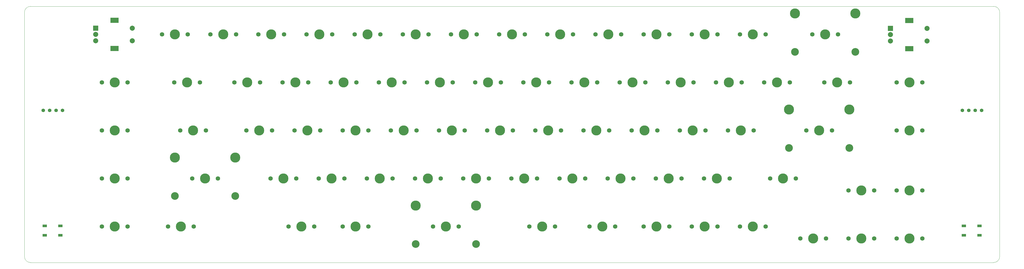
<source format=gbr>
%TF.GenerationSoftware,KiCad,Pcbnew,(5.1.9)-1*%
%TF.CreationDate,2021-05-03T17:40:34-07:00*%
%TF.ProjectId,USKB Final,55534b42-2046-4696-9e61-6c2e6b696361,rev?*%
%TF.SameCoordinates,Original*%
%TF.FileFunction,Soldermask,Top*%
%TF.FilePolarity,Negative*%
%FSLAX46Y46*%
G04 Gerber Fmt 4.6, Leading zero omitted, Abs format (unit mm)*
G04 Created by KiCad (PCBNEW (5.1.9)-1) date 2021-05-03 17:40:34*
%MOMM*%
%LPD*%
G01*
G04 APERTURE LIST*
%TA.AperFunction,Profile*%
%ADD10C,0.050000*%
%TD*%
%ADD11C,3.987800*%
%ADD12C,3.048000*%
%ADD13C,1.750000*%
%ADD14R,2.000000X2.000000*%
%ADD15C,2.000000*%
%ADD16R,3.200000X2.000000*%
%ADD17R,1.800000X1.100000*%
%ADD18C,1.397000*%
G04 APERTURE END LIST*
D10*
X19050000Y-25400000D02*
X400050000Y-25400000D01*
X19050000Y-127000000D02*
X19843750Y-127000000D01*
X19050000Y-127000000D02*
G75*
G02*
X16668750Y-124618750I0J2381250D01*
G01*
X16668750Y-27781250D02*
X16668750Y-124618750D01*
X16668750Y-27781250D02*
G75*
G02*
X19050000Y-25400000I2381250J0D01*
G01*
X400050000Y-127000000D02*
X19843750Y-127000000D01*
X402431250Y-124618750D02*
G75*
G02*
X400050000Y-127000000I-2381250J0D01*
G01*
X402431250Y-27781250D02*
X402431250Y-124618750D01*
X400050000Y-25400000D02*
G75*
G02*
X402431250Y-27781250I0J-2381250D01*
G01*
D11*
%TO.C,K_Backspace1*%
X321437000Y-28257500D03*
X345313000Y-28257500D03*
D12*
X321437000Y-43497500D03*
X345313000Y-43497500D03*
D13*
X328295000Y-36512500D03*
X338455000Y-36512500D03*
D11*
X333375000Y-36512500D03*
%TD*%
%TO.C,K_Space_2*%
X171418250Y-104457500D03*
X195294250Y-104457500D03*
D12*
X171418250Y-119697500D03*
X195294250Y-119697500D03*
D13*
X178276250Y-112712500D03*
X188436250Y-112712500D03*
D11*
X183356250Y-112712500D03*
%TD*%
D13*
%TO.C,K_Space_3*%
X216376250Y-112712500D03*
X226536250Y-112712500D03*
D11*
X221456250Y-112712500D03*
%TD*%
D14*
%TO.C,ENC1*%
X359187750Y-34131250D03*
D15*
X359187750Y-36631250D03*
X359187750Y-39131250D03*
D16*
X366687750Y-31031250D03*
X366687750Y-42231250D03*
D15*
X373687750Y-34131250D03*
X373687750Y-39131250D03*
%TD*%
D13*
%TO.C,K_Space_4*%
X240188750Y-112712500D03*
X250348750Y-112712500D03*
D11*
X245268750Y-112712500D03*
%TD*%
D13*
%TO.C,K_Space1*%
X142557500Y-112712500D03*
X152717500Y-112712500D03*
D11*
X147637500Y-112712500D03*
%TD*%
D13*
%TO.C,K_Caps1*%
X78263750Y-74612500D03*
X88423750Y-74612500D03*
D11*
X83343750Y-74612500D03*
%TD*%
D13*
%TO.C,K_Shift2*%
X311626250Y-93662500D03*
X321786250Y-93662500D03*
D11*
X316706250Y-93662500D03*
%TD*%
D17*
%TO.C,L_SW1*%
X30881250Y-116150000D03*
X24681250Y-112450000D03*
X30881250Y-112450000D03*
X24681250Y-116150000D03*
%TD*%
%TO.C,SW1*%
X394418750Y-116150000D03*
X388218750Y-112450000D03*
X394418750Y-112450000D03*
X388218750Y-116150000D03*
%TD*%
D18*
%TO.C,OL1*%
X387667500Y-66675000D03*
X390207500Y-66675000D03*
X392747500Y-66675000D03*
X395287500Y-66675000D03*
%TD*%
%TO.C,L_OL1*%
X24130000Y-66675000D03*
X26670000Y-66675000D03*
X29210000Y-66675000D03*
X31750000Y-66675000D03*
%TD*%
D14*
%TO.C,L_ENC1*%
X44831000Y-34036000D03*
D15*
X44831000Y-36536000D03*
X44831000Y-39036000D03*
D16*
X52331000Y-30936000D03*
X52331000Y-42136000D03*
D15*
X59331000Y-34036000D03*
X59331000Y-39036000D03*
%TD*%
D13*
%TO.C,K_Z1*%
X113982500Y-93662500D03*
X124142500Y-93662500D03*
D11*
X119062500Y-93662500D03*
%TD*%
D13*
%TO.C,K_Y1*%
X194945000Y-55562500D03*
X205105000Y-55562500D03*
D11*
X200025000Y-55562500D03*
%TD*%
D13*
%TO.C,K_X1*%
X133032500Y-93662500D03*
X143192500Y-93662500D03*
D11*
X138112500Y-93662500D03*
%TD*%
D13*
%TO.C,K_Win1*%
X361632500Y-98425000D03*
X371792500Y-98425000D03*
D11*
X366712500Y-98425000D03*
%TD*%
D13*
%TO.C,K_W1*%
X118745000Y-55562500D03*
X128905000Y-55562500D03*
D11*
X123825000Y-55562500D03*
%TD*%
D13*
%TO.C,K_V1*%
X171132500Y-93662500D03*
X181292500Y-93662500D03*
D11*
X176212500Y-93662500D03*
%TD*%
D13*
%TO.C,K_UArrow1*%
X342582500Y-98425000D03*
X352742500Y-98425000D03*
D11*
X347662500Y-98425000D03*
%TD*%
D13*
%TO.C,K_U1*%
X213995000Y-55562500D03*
X224155000Y-55562500D03*
D11*
X219075000Y-55562500D03*
%TD*%
D13*
%TO.C,K_Tab1*%
X75882500Y-55562500D03*
X86042500Y-55562500D03*
D11*
X80962500Y-55562500D03*
%TD*%
D13*
%TO.C,K_T1*%
X175895000Y-55562500D03*
X186055000Y-55562500D03*
D11*
X180975000Y-55562500D03*
%TD*%
D13*
%TO.C,K_Slash1*%
X285432500Y-93662500D03*
X295592500Y-93662500D03*
D11*
X290512500Y-93662500D03*
%TD*%
%TO.C,K_Shift1*%
X76168250Y-85407500D03*
X100044250Y-85407500D03*
D12*
X76168250Y-100647500D03*
X100044250Y-100647500D03*
D13*
X83026250Y-93662500D03*
X93186250Y-93662500D03*
D11*
X88106250Y-93662500D03*
%TD*%
D13*
%TO.C,K_S1*%
X123507500Y-74612500D03*
X133667500Y-74612500D03*
D11*
X128587500Y-74612500D03*
%TD*%
D13*
%TO.C,K_RThan1*%
X266382500Y-93662500D03*
X276542500Y-93662500D03*
D11*
X271462500Y-93662500D03*
%TD*%
D13*
%TO.C,K_RBrace1*%
X309245000Y-55562500D03*
X319405000Y-55562500D03*
D11*
X314325000Y-55562500D03*
%TD*%
D13*
%TO.C,K_RArrow1*%
X361632500Y-117475000D03*
X371792500Y-117475000D03*
D11*
X366712500Y-117475000D03*
%TD*%
D13*
%TO.C,K_R1*%
X156845000Y-55562500D03*
X167005000Y-55562500D03*
D11*
X161925000Y-55562500D03*
%TD*%
D13*
%TO.C,K_Q1*%
X99695000Y-55562500D03*
X109855000Y-55562500D03*
D11*
X104775000Y-55562500D03*
%TD*%
D13*
%TO.C,K_Plus1*%
X299720000Y-36512500D03*
X309880000Y-36512500D03*
D11*
X304800000Y-36512500D03*
%TD*%
D13*
%TO.C,K_P1*%
X271145000Y-55562500D03*
X281305000Y-55562500D03*
D11*
X276225000Y-55562500D03*
%TD*%
D13*
%TO.C,K_O1*%
X252095000Y-55562500D03*
X262255000Y-55562500D03*
D11*
X257175000Y-55562500D03*
%TD*%
D13*
%TO.C,K_Num9*%
X242570000Y-36512500D03*
X252730000Y-36512500D03*
D11*
X247650000Y-36512500D03*
%TD*%
D13*
%TO.C,K_Num8*%
X223520000Y-36512500D03*
X233680000Y-36512500D03*
D11*
X228600000Y-36512500D03*
%TD*%
D13*
%TO.C,K_Num7*%
X204470000Y-36512500D03*
X214630000Y-36512500D03*
D11*
X209550000Y-36512500D03*
%TD*%
D13*
%TO.C,K_Num6*%
X185420000Y-36512500D03*
X195580000Y-36512500D03*
D11*
X190500000Y-36512500D03*
%TD*%
D13*
%TO.C,K_Num5*%
X166370000Y-36512500D03*
X176530000Y-36512500D03*
D11*
X171450000Y-36512500D03*
%TD*%
D13*
%TO.C,K_Num4*%
X147320000Y-36512500D03*
X157480000Y-36512500D03*
D11*
X152400000Y-36512500D03*
%TD*%
D13*
%TO.C,K_Num3*%
X128270000Y-36512500D03*
X138430000Y-36512500D03*
D11*
X133350000Y-36512500D03*
%TD*%
D13*
%TO.C,K_Num2*%
X109220000Y-36512500D03*
X119380000Y-36512500D03*
D11*
X114300000Y-36512500D03*
%TD*%
D13*
%TO.C,K_Num1*%
X90201750Y-36512500D03*
X100361750Y-36512500D03*
D11*
X95281750Y-36512500D03*
%TD*%
D13*
%TO.C,K_Num0*%
X261620000Y-36512500D03*
X271780000Y-36512500D03*
D11*
X266700000Y-36512500D03*
%TD*%
D13*
%TO.C,K_N1*%
X209232500Y-93662500D03*
X219392500Y-93662500D03*
D11*
X214312500Y-93662500D03*
%TD*%
D13*
%TO.C,K_Minus1*%
X280670000Y-36512500D03*
X290830000Y-36512500D03*
D11*
X285750000Y-36512500D03*
%TD*%
D13*
%TO.C,K_M1*%
X228282500Y-93662500D03*
X238442500Y-93662500D03*
D11*
X233362500Y-93662500D03*
%TD*%
D13*
%TO.C,K_LThan1*%
X247332500Y-93662500D03*
X257492500Y-93662500D03*
D11*
X252412500Y-93662500D03*
%TD*%
D13*
%TO.C,K_LBrace1*%
X290195000Y-55562500D03*
X300355000Y-55562500D03*
D11*
X295275000Y-55562500D03*
%TD*%
D13*
%TO.C,K_LArrow1*%
X323532500Y-117475000D03*
X333692500Y-117475000D03*
D11*
X328612500Y-117475000D03*
%TD*%
D13*
%TO.C,K_L1*%
X256857500Y-74612500D03*
X267017500Y-74612500D03*
D11*
X261937500Y-74612500D03*
%TD*%
D13*
%TO.C,K_K1*%
X237807500Y-74612500D03*
X247967500Y-74612500D03*
D11*
X242887500Y-74612500D03*
%TD*%
D13*
%TO.C,K_J1*%
X218757500Y-74612500D03*
X228917500Y-74612500D03*
D11*
X223837500Y-74612500D03*
%TD*%
D13*
%TO.C,K_I1*%
X233045000Y-55562500D03*
X243205000Y-55562500D03*
D11*
X238125000Y-55562500D03*
%TD*%
D13*
%TO.C,K_H1*%
X199707500Y-74612500D03*
X209867500Y-74612500D03*
D11*
X204787500Y-74612500D03*
%TD*%
D13*
%TO.C,K_G1*%
X180657500Y-74612500D03*
X190817500Y-74612500D03*
D11*
X185737500Y-74612500D03*
%TD*%
D13*
%TO.C,K_Fn1*%
X280670000Y-112712500D03*
X290830000Y-112712500D03*
D11*
X285750000Y-112712500D03*
%TD*%
%TO.C,K_F18*%
X366712500Y-74612500D03*
D13*
X371792500Y-74612500D03*
X361632500Y-74612500D03*
%TD*%
%TO.C,K_F17*%
X361632500Y-55562500D03*
X371792500Y-55562500D03*
D11*
X366712500Y-55562500D03*
%TD*%
D13*
%TO.C,K_F16*%
X47275750Y-112712500D03*
X57435750Y-112712500D03*
D11*
X52355750Y-112712500D03*
%TD*%
D13*
%TO.C,K_F15*%
X47275750Y-93662500D03*
X57435750Y-93662500D03*
D11*
X52355750Y-93662500D03*
%TD*%
D13*
%TO.C,K_F14*%
X47307500Y-74612500D03*
X57467500Y-74612500D03*
D11*
X52387500Y-74612500D03*
%TD*%
D13*
%TO.C,K_F13*%
X47275750Y-55562500D03*
X57435750Y-55562500D03*
D11*
X52355750Y-55562500D03*
%TD*%
D13*
%TO.C,K_F1*%
X161607500Y-74612500D03*
X171767500Y-74612500D03*
D11*
X166687500Y-74612500D03*
%TD*%
D13*
%TO.C,K_Esc1*%
X71120000Y-36512500D03*
X81280000Y-36512500D03*
D11*
X76200000Y-36512500D03*
%TD*%
%TO.C,K_Enter1*%
X319055750Y-66357500D03*
X342931750Y-66357500D03*
D12*
X319055750Y-81597500D03*
X342931750Y-81597500D03*
D13*
X325913750Y-74612500D03*
X336073750Y-74612500D03*
D11*
X330993750Y-74612500D03*
%TD*%
D13*
%TO.C,K_E1*%
X137795000Y-55562500D03*
X147955000Y-55562500D03*
D11*
X142875000Y-55562500D03*
%TD*%
D13*
%TO.C,K_DArrow1*%
X342582500Y-117475000D03*
X352742500Y-117475000D03*
D11*
X347662500Y-117475000D03*
%TD*%
D13*
%TO.C,K_D1*%
X142557500Y-74612500D03*
X152717500Y-74612500D03*
D11*
X147637500Y-74612500D03*
%TD*%
D13*
%TO.C,K_Ctrl2*%
X299720000Y-112712500D03*
X309880000Y-112712500D03*
D11*
X304800000Y-112712500D03*
%TD*%
D13*
%TO.C,K_Ctrl1*%
X73501250Y-112712500D03*
X83661250Y-112712500D03*
D11*
X78581250Y-112712500D03*
%TD*%
D13*
%TO.C,K_Colon1*%
X275907500Y-74612500D03*
X286067500Y-74612500D03*
D11*
X280987500Y-74612500D03*
%TD*%
D13*
%TO.C,K_C1*%
X152082500Y-93662500D03*
X162242500Y-93662500D03*
D11*
X157162500Y-93662500D03*
%TD*%
D13*
%TO.C,K_BSlash1*%
X333057500Y-55562500D03*
X343217500Y-55562500D03*
D11*
X338137500Y-55562500D03*
%TD*%
D13*
%TO.C,K_B1*%
X190182500Y-93662500D03*
X200342500Y-93662500D03*
D11*
X195262500Y-93662500D03*
%TD*%
D13*
%TO.C,K_Apostrophe1*%
X294957500Y-74612500D03*
X305117500Y-74612500D03*
D11*
X300037500Y-74612500D03*
%TD*%
D13*
%TO.C,K_Alt2*%
X261620000Y-112712500D03*
X271780000Y-112712500D03*
D11*
X266700000Y-112712500D03*
%TD*%
D13*
%TO.C,K_Alt1*%
X121126250Y-112712500D03*
X131286250Y-112712500D03*
D11*
X126206250Y-112712500D03*
%TD*%
D13*
%TO.C,K_A1*%
X104457500Y-74612500D03*
X114617500Y-74612500D03*
D11*
X109537500Y-74612500D03*
%TD*%
M02*

</source>
